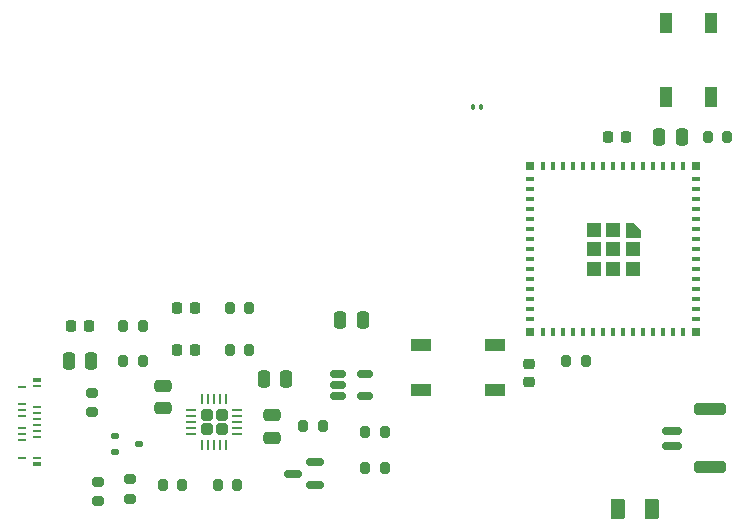
<source format=gbr>
%TF.GenerationSoftware,KiCad,Pcbnew,9.0.6*%
%TF.CreationDate,2026-01-12T13:11:15+01:00*%
%TF.ProjectId,IoT-Werkstatt_Band1,496f542d-5765-4726-9b73-746174745f42,rev?*%
%TF.SameCoordinates,Original*%
%TF.FileFunction,Paste,Top*%
%TF.FilePolarity,Positive*%
%FSLAX46Y46*%
G04 Gerber Fmt 4.6, Leading zero omitted, Abs format (unit mm)*
G04 Created by KiCad (PCBNEW 9.0.6) date 2026-01-12 13:11:15*
%MOMM*%
%LPD*%
G01*
G04 APERTURE LIST*
G04 Aperture macros list*
%AMRoundRect*
0 Rectangle with rounded corners*
0 $1 Rounding radius*
0 $2 $3 $4 $5 $6 $7 $8 $9 X,Y pos of 4 corners*
0 Add a 4 corners polygon primitive as box body*
4,1,4,$2,$3,$4,$5,$6,$7,$8,$9,$2,$3,0*
0 Add four circle primitives for the rounded corners*
1,1,$1+$1,$2,$3*
1,1,$1+$1,$4,$5*
1,1,$1+$1,$6,$7*
1,1,$1+$1,$8,$9*
0 Add four rect primitives between the rounded corners*
20,1,$1+$1,$2,$3,$4,$5,0*
20,1,$1+$1,$4,$5,$6,$7,0*
20,1,$1+$1,$6,$7,$8,$9,0*
20,1,$1+$1,$8,$9,$2,$3,0*%
G04 Aperture macros list end*
%ADD10C,0.010000*%
%ADD11R,0.400000X0.800000*%
%ADD12R,0.800000X0.400000*%
%ADD13R,1.200000X1.200000*%
%ADD14R,0.800000X0.800000*%
%ADD15RoundRect,0.218750X-0.218750X-0.256250X0.218750X-0.256250X0.218750X0.256250X-0.218750X0.256250X0*%
%ADD16RoundRect,0.200000X-0.200000X-0.275000X0.200000X-0.275000X0.200000X0.275000X-0.200000X0.275000X0*%
%ADD17RoundRect,0.200000X0.200000X0.275000X-0.200000X0.275000X-0.200000X-0.275000X0.200000X-0.275000X0*%
%ADD18RoundRect,0.225000X-0.250000X0.225000X-0.250000X-0.225000X0.250000X-0.225000X0.250000X0.225000X0*%
%ADD19RoundRect,0.200000X-0.275000X0.200000X-0.275000X-0.200000X0.275000X-0.200000X0.275000X0.200000X0*%
%ADD20RoundRect,0.250000X0.475000X-0.250000X0.475000X0.250000X-0.475000X0.250000X-0.475000X-0.250000X0*%
%ADD21RoundRect,0.112500X-0.237500X0.112500X-0.237500X-0.112500X0.237500X-0.112500X0.237500X0.112500X0*%
%ADD22R,1.000000X1.700000*%
%ADD23RoundRect,0.200000X0.275000X-0.200000X0.275000X0.200000X-0.275000X0.200000X-0.275000X-0.200000X0*%
%ADD24RoundRect,0.250000X0.375000X0.625000X-0.375000X0.625000X-0.375000X-0.625000X0.375000X-0.625000X0*%
%ADD25RoundRect,0.225000X0.225000X0.250000X-0.225000X0.250000X-0.225000X-0.250000X0.225000X-0.250000X0*%
%ADD26RoundRect,0.150000X0.587500X0.150000X-0.587500X0.150000X-0.587500X-0.150000X0.587500X-0.150000X0*%
%ADD27R,1.700000X1.000000*%
%ADD28RoundRect,0.250000X0.250000X0.475000X-0.250000X0.475000X-0.250000X-0.475000X0.250000X-0.475000X0*%
%ADD29RoundRect,0.150000X-0.512500X-0.150000X0.512500X-0.150000X0.512500X0.150000X-0.512500X0.150000X0*%
%ADD30RoundRect,0.075000X-0.300000X0.075000X-0.300000X-0.075000X0.300000X-0.075000X0.300000X0.075000X0*%
%ADD31RoundRect,0.062500X-0.312500X0.062500X-0.312500X-0.062500X0.312500X-0.062500X0.312500X0.062500X0*%
%ADD32RoundRect,0.150000X0.700000X-0.150000X0.700000X0.150000X-0.700000X0.150000X-0.700000X-0.150000X0*%
%ADD33RoundRect,0.250000X1.100000X-0.250000X1.100000X0.250000X-1.100000X0.250000X-1.100000X-0.250000X0*%
%ADD34RoundRect,0.250000X-0.255000X-0.255000X0.255000X-0.255000X0.255000X0.255000X-0.255000X0.255000X0*%
%ADD35RoundRect,0.062500X-0.350000X-0.062500X0.350000X-0.062500X0.350000X0.062500X-0.350000X0.062500X0*%
%ADD36RoundRect,0.062500X-0.062500X-0.350000X0.062500X-0.350000X0.062500X0.350000X-0.062500X0.350000X0*%
%ADD37RoundRect,0.225000X-0.225000X-0.250000X0.225000X-0.250000X0.225000X0.250000X-0.225000X0.250000X0*%
%ADD38RoundRect,0.075000X0.075000X0.175000X-0.075000X0.175000X-0.075000X-0.175000X0.075000X-0.175000X0*%
%ADD39RoundRect,0.250000X-0.250000X-0.475000X0.250000X-0.475000X0.250000X0.475000X-0.250000X0.475000X0*%
G04 APERTURE END LIST*
D10*
%TO.C,U2*%
X187400000Y-83850000D02*
X187400000Y-84450000D01*
X186200000Y-84450000D01*
X186200000Y-83250000D01*
X186800000Y-83250000D01*
X187400000Y-83850000D01*
G36*
X187400000Y-83850000D02*
G01*
X187400000Y-84450000D01*
X186200000Y-84450000D01*
X186200000Y-83250000D01*
X186800000Y-83250000D01*
X187400000Y-83850000D01*
G37*
%TD*%
D11*
%TO.C,U2*%
X191100000Y-78500000D03*
X190250000Y-78500000D03*
X189400000Y-78500000D03*
X188550000Y-78500000D03*
X187700000Y-78500000D03*
X186850000Y-78500000D03*
X186000000Y-78500000D03*
X185150000Y-78500000D03*
X184300000Y-78500000D03*
X183450000Y-78500000D03*
X182600000Y-78500000D03*
X181750000Y-78500000D03*
X180900000Y-78500000D03*
X180050000Y-78500000D03*
X179200000Y-78500000D03*
D12*
X178150000Y-79550000D03*
X178150000Y-80400000D03*
X178150000Y-81250000D03*
X178150000Y-82100000D03*
X178150000Y-82950000D03*
X178150000Y-83800000D03*
X178150000Y-84650000D03*
X178150000Y-85500000D03*
X178150000Y-86350000D03*
X178150000Y-87200000D03*
X178150000Y-88050000D03*
X178150000Y-88900000D03*
X178150000Y-89750000D03*
X178150000Y-90600000D03*
X178150000Y-91450000D03*
D11*
X179200000Y-92500000D03*
X180050000Y-92500000D03*
X180900000Y-92500000D03*
X181750000Y-92500000D03*
X182600000Y-92500000D03*
X183450000Y-92500000D03*
X184300000Y-92500000D03*
X185150000Y-92500000D03*
X186000000Y-92500000D03*
X186850000Y-92500000D03*
X187700000Y-92500000D03*
X188550000Y-92500000D03*
X189400000Y-92500000D03*
X190250000Y-92500000D03*
X191100000Y-92500000D03*
D12*
X192150000Y-91450000D03*
X192150000Y-90600000D03*
X192150000Y-89750000D03*
X192150000Y-88900000D03*
X192150000Y-88050000D03*
X192150000Y-87200000D03*
X192150000Y-86350000D03*
X192150000Y-85500000D03*
X192150000Y-84650000D03*
X192150000Y-83800000D03*
X192150000Y-82950000D03*
X192150000Y-82100000D03*
X192150000Y-81250000D03*
X192150000Y-80400000D03*
X192150000Y-79550000D03*
D13*
X186800000Y-85500000D03*
X186800000Y-87150000D03*
X185150000Y-83850000D03*
X185150000Y-85500000D03*
X185150000Y-87150000D03*
X183500000Y-83850000D03*
X183500000Y-85500000D03*
X183500000Y-87150000D03*
D14*
X192150000Y-78500000D03*
X178150000Y-78500000D03*
X178150000Y-92500000D03*
X192150000Y-92500000D03*
%TD*%
D15*
%TO.C,D3*%
X148212500Y-94000000D03*
X149787500Y-94000000D03*
%TD*%
D16*
%TO.C,R7*%
X143675000Y-92000000D03*
X145325000Y-92000000D03*
%TD*%
%TO.C,R9*%
X152675000Y-94000000D03*
X154325000Y-94000000D03*
%TD*%
%TO.C,R8*%
X152675000Y-90500000D03*
X154325000Y-90500000D03*
%TD*%
D17*
%TO.C,R12*%
X153325000Y-105500000D03*
X151675000Y-105500000D03*
%TD*%
D18*
%TO.C,C12*%
X178000000Y-95225000D03*
X178000000Y-96775000D03*
%TD*%
D19*
%TO.C,R3*%
X144250000Y-105000000D03*
X144250000Y-106650000D03*
%TD*%
D20*
%TO.C,C6*%
X156250000Y-101450000D03*
X156250000Y-99550000D03*
%TD*%
D15*
%TO.C,D2*%
X148212500Y-90500000D03*
X149787500Y-90500000D03*
%TD*%
D21*
%TO.C,U3*%
X143000000Y-101350000D03*
X143000000Y-102650000D03*
X145000000Y-102000000D03*
%TD*%
D16*
%TO.C,R1*%
X158925000Y-100500000D03*
X160575000Y-100500000D03*
%TD*%
D22*
%TO.C,SW1*%
X189600000Y-72650000D03*
X189600000Y-66350000D03*
X193400000Y-72650000D03*
X193400000Y-66350000D03*
%TD*%
D23*
%TO.C,R4*%
X141000000Y-99325000D03*
X141000000Y-97675000D03*
%TD*%
D24*
%TO.C,F1*%
X188400000Y-107500000D03*
X185600000Y-107500000D03*
%TD*%
D25*
%TO.C,C10*%
X186275000Y-76000000D03*
X184725000Y-76000000D03*
%TD*%
D26*
%TO.C,Q1*%
X159937500Y-105450000D03*
X159937500Y-103550000D03*
X158062500Y-104500000D03*
%TD*%
D17*
%TO.C,R6*%
X182825000Y-95000000D03*
X181175000Y-95000000D03*
%TD*%
D27*
%TO.C,SW2*%
X168850000Y-93600000D03*
X175150000Y-93600000D03*
X168850000Y-97400000D03*
X175150000Y-97400000D03*
%TD*%
D28*
%TO.C,C3*%
X140950000Y-95000000D03*
X139050000Y-95000000D03*
%TD*%
D29*
%TO.C,U1*%
X161862500Y-96050000D03*
X161862500Y-97000000D03*
X161862500Y-97950000D03*
X164137500Y-97950000D03*
X164137500Y-96050000D03*
%TD*%
D30*
%TO.C,J2*%
X136375000Y-96600000D03*
D31*
X136375000Y-97100000D03*
D30*
X136375000Y-103700000D03*
D31*
X136375000Y-98900000D03*
X136375000Y-99400000D03*
X136375000Y-99900000D03*
X136375000Y-100400000D03*
X136375000Y-100900000D03*
X136375000Y-101400000D03*
X136375000Y-103200000D03*
X135125000Y-103150000D03*
X135125000Y-101650000D03*
X135125000Y-101150000D03*
X135125000Y-100650000D03*
X135125000Y-99650000D03*
X135125000Y-99150000D03*
X135125000Y-98650000D03*
X135125000Y-97150000D03*
%TD*%
D32*
%TO.C,J5*%
X190150000Y-102125000D03*
X190150000Y-100875000D03*
D33*
X193350000Y-103975000D03*
X193350000Y-99025000D03*
%TD*%
D34*
%TO.C,U5*%
X150750000Y-99500000D03*
X150750000Y-100750000D03*
X152000000Y-99500000D03*
X152000000Y-100750000D03*
D35*
X149437500Y-99125000D03*
X149437500Y-99625000D03*
X149437500Y-100125000D03*
X149437500Y-100625000D03*
X149437500Y-101125000D03*
D36*
X150375000Y-102062500D03*
X150875000Y-102062500D03*
X151375000Y-102062500D03*
X151875000Y-102062500D03*
X152375000Y-102062500D03*
D35*
X153312500Y-101125000D03*
X153312500Y-100625000D03*
X153312500Y-100125000D03*
X153312500Y-99625000D03*
X153312500Y-99125000D03*
D36*
X152375000Y-98187500D03*
X151875000Y-98187500D03*
X151375000Y-98187500D03*
X150875000Y-98187500D03*
X150375000Y-98187500D03*
%TD*%
D37*
%TO.C,C5*%
X139225000Y-92000000D03*
X140775000Y-92000000D03*
%TD*%
D20*
%TO.C,C7*%
X147000000Y-98950000D03*
X147000000Y-97050000D03*
%TD*%
D38*
%TO.C,U4*%
X174000000Y-73500000D03*
X173300000Y-73500000D03*
%TD*%
D16*
%TO.C,R2*%
X143675000Y-95000000D03*
X145325000Y-95000000D03*
%TD*%
%TO.C,R14*%
X164175000Y-101000000D03*
X165825000Y-101000000D03*
%TD*%
%TO.C,R13*%
X147000000Y-105500000D03*
X148650000Y-105500000D03*
%TD*%
D39*
%TO.C,C11*%
X189050000Y-76000000D03*
X190950000Y-76000000D03*
%TD*%
D28*
%TO.C,C4*%
X157450000Y-96500000D03*
X155550000Y-96500000D03*
%TD*%
%TO.C,C2*%
X163950000Y-91500000D03*
X162050000Y-91500000D03*
%TD*%
D16*
%TO.C,R11*%
X164175000Y-104000000D03*
X165825000Y-104000000D03*
%TD*%
%TO.C,R10*%
X193175000Y-76000000D03*
X194825000Y-76000000D03*
%TD*%
D19*
%TO.C,R5*%
X141500000Y-105175000D03*
X141500000Y-106825000D03*
%TD*%
M02*

</source>
